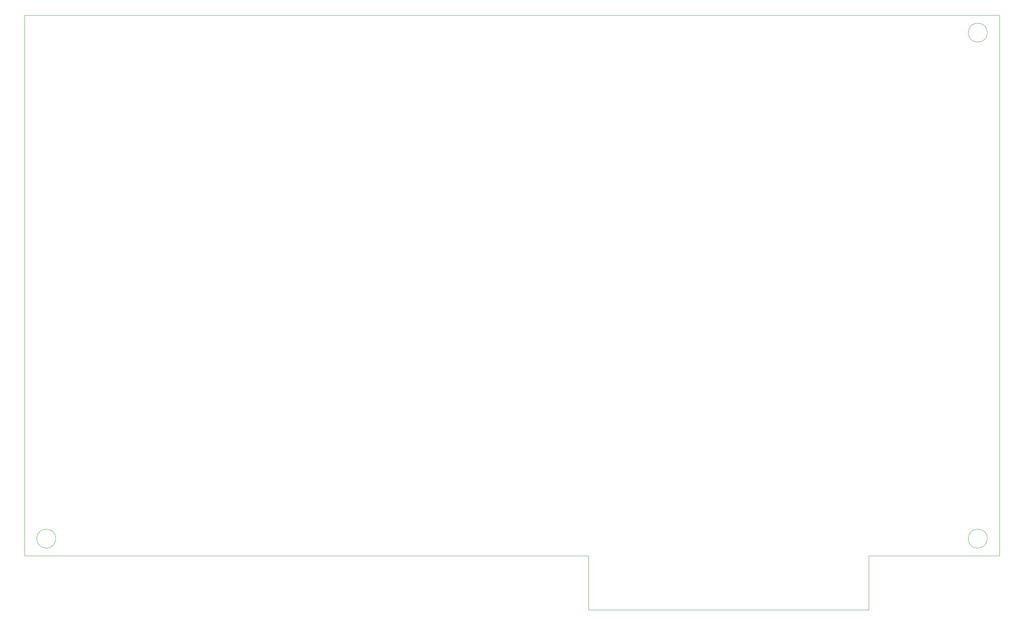
<source format=gbr>
G04 #@! TF.GenerationSoftware,KiCad,Pcbnew,5.1.8-5.1.8*
G04 #@! TF.CreationDate,2022-09-04T11:36:30-07:00*
G04 #@! TF.ProjectId,80cvc,38306376-632e-46b6-9963-61645f706362,rev?*
G04 #@! TF.SameCoordinates,Original*
G04 #@! TF.FileFunction,Profile,NP*
%FSLAX46Y46*%
G04 Gerber Fmt 4.6, Leading zero omitted, Abs format (unit mm)*
G04 Created by KiCad (PCBNEW 5.1.8-5.1.8) date 2022-09-04 11:36:30*
%MOMM*%
%LPD*%
G01*
G04 APERTURE LIST*
G04 #@! TA.AperFunction,Profile*
%ADD10C,0.050000*%
G04 #@! TD*
G04 APERTURE END LIST*
D10*
X262790000Y-29810000D02*
G75*
G03*
X262790000Y-29810000I-2230120J0D01*
G01*
X262790120Y-148599880D02*
G75*
G03*
X262790120Y-148599880I-2230120J0D01*
G01*
X44350000Y-148600000D02*
G75*
G03*
X44350000Y-148600000I-2230120J0D01*
G01*
X265650000Y-25670000D02*
X37030000Y-25670000D01*
X265650000Y-152650000D02*
X265650000Y-25670000D01*
X234990000Y-152650000D02*
X265650000Y-152650000D01*
X234990000Y-165360000D02*
X234990000Y-152650000D01*
X169250000Y-165360000D02*
X234990000Y-165360000D01*
X169250000Y-152660000D02*
X169250000Y-165360000D01*
X37020000Y-152660000D02*
X169250000Y-152660000D01*
X37030000Y-25670000D02*
X37020000Y-152660000D01*
M02*

</source>
